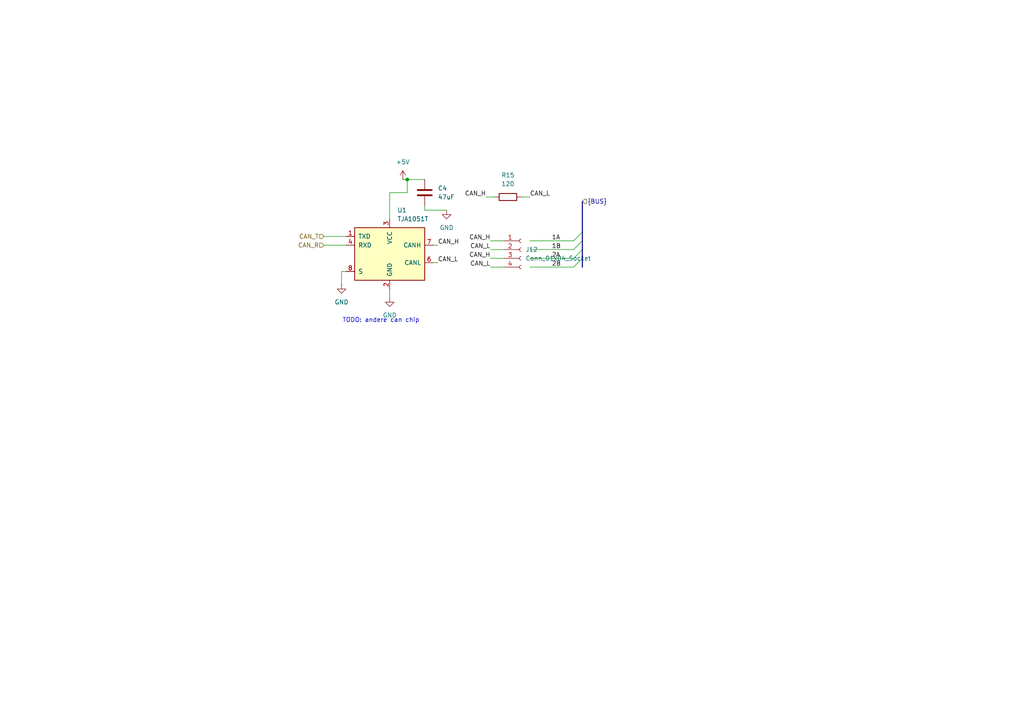
<source format=kicad_sch>
(kicad_sch (version 20231120) (generator "eeschema") (generator_version "8.0")
  (paper "A4")
  (lib_symbols
    (symbol "Connector:Conn_01x04_Socket" (pin_names (offset 1.016) hide)
      (property "Reference" "J" (at 0 5.08 0))
      (property "Value" "Conn_01x04_Socket" (at 0 -7.62 0))
      (symbol "Conn_01x04_Socket_1_1"
        (arc (start 0 -4.572) (mid -0.5058 -5.08) (end 0 -5.588) (stroke (width 0.1524)))
        (arc (start 0 -2.032) (mid -0.5058 -2.54) (end 0 -3.048) (stroke (width 0.1524)))
        (polyline (pts (xy -1.27 -5.08) (xy -0.508 -5.08)) (stroke (width 0.1524)))
        (polyline (pts (xy -1.27 -2.54) (xy -0.508 -2.54)) (stroke (width 0.1524)))
        (polyline (pts (xy -1.27 0) (xy -0.508 0)) (stroke (width 0.1524)))
        (polyline (pts (xy -1.27 2.54) (xy -0.508 2.54)) (stroke (width 0.1524)))
        (arc (start 0 0.508) (mid -0.5058 0) (end 0 -0.508) (stroke (width 0.1524)))
        (arc (start 0 3.048) (mid -0.5058 2.54) (end 0 2.032) (stroke (width 0.1524)))
        (pin passive line (at -5.08 2.54 0) (length 3.81) (name "Pin_1") (number "1"))
        (pin passive line (at -5.08 0 0) (length 3.81) (name "Pin_2") (number "2"))
        (pin passive line (at -5.08 -2.54 0) (length 3.81) (name "Pin_3") (number "3"))
        (pin passive line (at -5.08 -5.08 0) (length 3.81) (name "Pin_4") (number "4"))
      )
    )
    (symbol "Device:C" (pin_numbers hide) (pin_names (offset 0.254))
      (property "Reference" "C" (at 0.635 2.54 0))
      (property "Value" "C" (at 0.635 -2.54 0))
      (symbol "C_0_1"
        (polyline (pts (xy -2.032 -0.762) (xy 2.032 -0.762)) (stroke (width 0.508)))
        (polyline (pts (xy -2.032 0.762) (xy 2.032 0.762)) (stroke (width 0.508)))
      )
      (symbol "C_1_1"
        (pin passive line (at 0 3.81 270) (length 2.794) (name "~") (number "1"))
        (pin passive line (at 0 -3.81 90) (length 2.794) (name "~") (number "2"))
      )
    )
    (symbol "Device:R" (pin_numbers hide) (pin_names (offset 0))
      (property "Reference" "R" (at 2.032 0 90))
      (property "Value" "R" (at 0 0 90))
      (symbol "R_0_1"
        (rectangle (start -1.016 -2.54) (end 1.016 2.54) (stroke (width 0.254)))
      )
      (symbol "R_1_1"
        (pin passive line (at 0 3.81 270) (length 1.27) (name "~") (number "1"))
        (pin passive line (at 0 -3.81 90) (length 1.27) (name "~") (number "2"))
      )
    )
    (symbol "Interface_CAN_LIN:TJA1051T" (pin_names (offset 1.016))
      (property "Reference" "U" (at -10.16 8.89 0))
      (property "Value" "TJA1051T" (at 1.27 8.89 0))
      (symbol "TJA1051T_0_1"
        (rectangle (start -10.16 7.62) (end 10.16 -7.62) (stroke (width 0.254)) (fill (type background)))
      )
      (symbol "TJA1051T_1_1"
        (pin input line (at -12.7 5.08 0) (length 2.54) (name "TXD") (number "1"))
        (pin power_in line (at 0 -10.16 90) (length 2.54) (name "GND") (number "2"))
        (pin power_in line (at 0 10.16 270) (length 2.54) (name "VCC") (number "3"))
        (pin output line (at -12.7 2.54 0) (length 2.54) (name "RXD") (number "4"))
        (pin no_connect line (at -10.16 -2.54 0) (length 2.54) hide (name "NC") (number "5"))
        (pin bidirectional line (at 12.7 -2.54 180) (length 2.54) (name "CANL") (number "6"))
        (pin bidirectional line (at 12.7 2.54 180) (length 2.54) (name "CANH") (number "7"))
        (pin input line (at -12.7 -5.08 0) (length 2.54) (name "S") (number "8"))
      )
    )
    (symbol "power:+5V" (power) (pin_numbers hide) (pin_names (offset 0) hide)
      (property "Value" "+5V" (at 0 3.556 0))
      (symbol "+5V_0_1"
        (polyline (pts (xy -0.762 1.27) (xy 0 2.54)))
        (polyline (pts (xy 0 0) (xy 0 2.54)))
        (polyline (pts (xy 0 2.54) (xy 0.762 1.27)))
      )
      (symbol "+5V_1_1"
        (pin power_in line (at 0 0 90) (length 0) (name "~") (number "1"))
      )
    )
    (symbol "power:GND" (power) (pin_numbers hide) (pin_names (offset 0) hide)
      (property "Value" "GND" (at 0 -3.81 0))
      (symbol "GND_0_1"
        (polyline (pts (xy 0 0) (xy 0 -1.27) (xy 1.27 -1.27) (xy 0 -2.54) (xy -1.27 -1.27) (xy 0 -1.27)))
      )
      (symbol "GND_1_1"
        (pin power_in line (at 0 0 270) (length 0) (name "~") (number "1"))
      )
    )
  )
  (junction (at 118.11 52.07))
  (bus_entry (at 166.37 77.47) (size 2.54 -2.54))
  (bus_entry (at 166.37 69.85) (size 2.54 -2.54))
  (bus_entry (at 166.37 72.39) (size 2.54 -2.54))
  (bus_entry (at 166.37 74.93) (size 2.54 -2.54))
  (wire (pts (xy 153.67 72.39) (xy 166.37 72.39)))
  (bus (pts (xy 168.91 69.85) (xy 168.91 72.39)))
  (wire (pts (xy 113.03 83.82) (xy 113.03 86.36)))
  (wire (pts (xy 99.06 82.55) (xy 99.06 78.74)))
  (wire (pts (xy 123.19 60.96) (xy 123.19 59.69)))
  (wire (pts (xy 153.67 77.47) (xy 166.37 77.47)))
  (wire (pts (xy 116.84 52.07) (xy 118.11 52.07)))
  (wire (pts (xy 125.73 76.2) (xy 127 76.2)))
  (wire (pts (xy 146.05 72.39) (xy 142.24 72.39)))
  (wire (pts (xy 93.98 71.12) (xy 100.33 71.12)))
  (wire (pts (xy 93.98 68.58) (xy 100.33 68.58)))
  (wire (pts (xy 146.05 69.85) (xy 142.24 69.85)))
  (wire (pts (xy 146.05 74.93) (xy 142.24 74.93)))
  (bus (pts (xy 168.91 67.31) (xy 168.91 69.85)))
  (wire (pts (xy 146.05 77.47) (xy 142.24 77.47)))
  (bus (pts (xy 168.91 72.39) (xy 168.91 74.93)))
  (bus (pts (xy 168.91 74.93) (xy 168.91 77.47)))
  (wire (pts (xy 140.97 57.15) (xy 143.51 57.15)))
  (wire (pts (xy 153.67 57.15) (xy 151.13 57.15)))
  (wire (pts (xy 118.11 52.07) (xy 118.11 55.88)))
  (wire (pts (xy 99.06 78.74) (xy 100.33 78.74)))
  (wire (pts (xy 113.03 55.88) (xy 113.03 63.5)))
  (wire (pts (xy 153.67 74.93) (xy 166.37 74.93)))
  (wire (pts (xy 129.54 60.96) (xy 123.19 60.96)))
  (wire (pts (xy 118.11 55.88) (xy 113.03 55.88)))
  (bus (pts (xy 168.91 58.42) (xy 168.91 67.31)))
  (wire (pts (xy 118.11 52.07) (xy 123.19 52.07)))
  (wire (pts (xy 125.73 71.12) (xy 127 71.12)))
  (wire (pts (xy 153.67 69.85) (xy 166.37 69.85)))
  (text "TODO: andere can chip" (at 110.49 92.964 0) (effects (font (size 1.27 1.27))))
  (label "CAN_L" (at 142.24 72.39 180))
  (label "1B" (at 160.02 72.39 0))
  (label "CAN_L" (at 127 76.2 0))
  (label "CAN_L" (at 142.24 77.47 180))
  (label "2A" (at 160.02 74.93 0))
  (label "2B" (at 160.02 77.47 0))
  (label "CAN_H" (at 142.24 74.93 180))
  (label "CAN_H" (at 127 71.12 0))
  (label "CAN_H" (at 140.97 57.15 180))
  (label "CAN_L" (at 153.67 57.15 0))
  (label "CAN_H" (at 142.24 69.85 180))
  (label "1A" (at 160.02 69.85 0))
  (hierarchical_label "{BUS}" (shape input) (at 168.91 58.42 0))
  (hierarchical_label "CAN_T" (shape input) (at 93.98 68.58 180))
  (hierarchical_label "CAN_R" (shape input) (at 93.98 71.12 180))
  (symbol (lib_id "Device:R") (at 147.32 57.15 90) (unit 1)
    (property "Reference" "R15" (at 147.32 50.8 90))
    (property "Value" "120" (at 147.32 53.34 90))
    (property "Footprint" "Resistor_SMD:R_0805_2012Metric" (effects (hide yes)))
    (property "Description" "Resistor" (effects (hide yes)))
  )
  (symbol (lib_id "Connector:Conn_01x04_Socket") (at 151.13 72.39 0) (unit 1)
    (property "Reference" "J12" (at 152.4 72.3899 0) (effects (justify left)))
    (property "Value" "Conn_01x04_Socket" (at 152.4 74.9299 0) (effects (justify left)))
    (property "Footprint" "Connector_PinSocket_2.54mm:PinSocket_1x04_P2.54mm_Vertical" (effects (hide yes)))
    (property "Description" "Generic connector, single row, 01x04, script generated" (effects (hide yes)))
  )
  (symbol (lib_id "Device:C") (at 123.19 55.88 0) (unit 1)
    (property "Reference" "C4" (at 127 54.6099 0) (effects (justify left)))
    (property "Value" "47uF" (at 127 57.1499 0) (effects (justify left)))
    (property "Footprint" "Capacitor_SMD:C_0805_2012Metric" (effects (hide yes)))
    (property "Description" "Unpolarized capacitor" (effects (hide yes)))
    (property "LCSC" "C16780" (effects (hide yes)))
  )
  (symbol (lib_id "power:GND") (at 113.03 86.36 0) (unit 1)
    (property "Reference" "#PWR024" (effects (hide yes)))
    (property "Value" "GND" (at 113.03 91.44 0))
    (property "Description" "Power symbol creates a global label with name \"GND\" , ground" (effects (hide yes)))
  )
  (symbol (lib_id "power:+5V") (at 116.84 52.07 0) (unit 1)
    (property "Reference" "#PWR025" (effects (hide yes)))
    (property "Value" "+5V" (at 116.84 46.99 0))
    (property "Description" "Power symbol creates a global label with name \"+5V\"" (effects (hide yes)))
  )
  (symbol (lib_id "power:GND") (at 99.06 82.55 0) (unit 1)
    (property "Reference" "#PWR010" (effects (hide yes)))
    (property "Value" "GND" (at 99.06 87.63 0))
    (property "Description" "Power symbol creates a global label with name \"GND\" , ground" (effects (hide yes)))
  )
  (symbol (lib_id "power:GND") (at 129.54 60.96 0) (unit 1)
    (property "Reference" "#PWR026" (effects (hide yes)))
    (property "Value" "GND" (at 129.54 66.04 0))
    (property "Description" "Power symbol creates a global label with name \"GND\" , ground" (effects (hide yes)))
  )
  (symbol (lib_id "Interface_CAN_LIN:TJA1051T") (at 113.03 73.66 0) (unit 1)
    (property "Reference" "U1" (at 115.2241 60.96 0) (effects (justify left)))
    (property "Value" "TJA1051T" (at 115.2241 63.5 0) (effects (justify left)))
    (property "Footprint" "Package_SO:SOIC-8_3.9x4.9mm_P1.27mm" (effects (hide yes)))
    (property "Datasheet" "http://www.nxp.com/docs/en/data-sheet/TJA1051.pdf" (effects (hide yes)))
    (property "Description" "High-Speed CAN Transceiver, silent mode, SOIC-8" (effects (hide yes)))
    (property "LCSC" "C5342108" (effects (hide yes)))
  )
)
</source>
